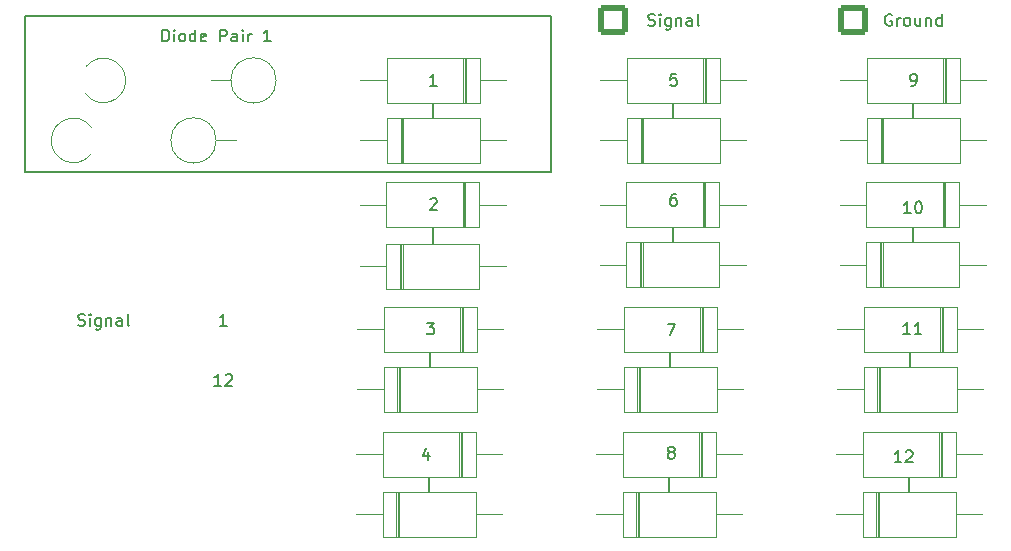
<source format=gto>
G04 #@! TF.GenerationSoftware,KiCad,Pcbnew,(6.0.5-0)*
G04 #@! TF.CreationDate,2022-06-18T11:44:55-04:00*
G04 #@! TF.ProjectId,Diode Switcher Project,44696f64-6520-4537-9769-746368657220,rev?*
G04 #@! TF.SameCoordinates,Original*
G04 #@! TF.FileFunction,Legend,Top*
G04 #@! TF.FilePolarity,Positive*
%FSLAX46Y46*%
G04 Gerber Fmt 4.6, Leading zero omitted, Abs format (unit mm)*
G04 Created by KiCad (PCBNEW (6.0.5-0)) date 2022-06-18 11:44:55*
%MOMM*%
%LPD*%
G01*
G04 APERTURE LIST*
G04 Aperture macros list*
%AMRoundRect*
0 Rectangle with rounded corners*
0 $1 Rounding radius*
0 $2 $3 $4 $5 $6 $7 $8 $9 X,Y pos of 4 corners*
0 Add a 4 corners polygon primitive as box body*
4,1,4,$2,$3,$4,$5,$6,$7,$8,$9,$2,$3,0*
0 Add four circle primitives for the rounded corners*
1,1,$1+$1,$2,$3*
1,1,$1+$1,$4,$5*
1,1,$1+$1,$6,$7*
1,1,$1+$1,$8,$9*
0 Add four rect primitives between the rounded corners*
20,1,$1+$1,$2,$3,$4,$5,0*
20,1,$1+$1,$4,$5,$6,$7,0*
20,1,$1+$1,$6,$7,$8,$9,0*
20,1,$1+$1,$8,$9,$2,$3,0*%
G04 Aperture macros list end*
%ADD10C,0.150000*%
%ADD11C,0.120000*%
%ADD12R,2.400000X2.400000*%
%ADD13O,2.400000X2.400000*%
%ADD14R,2.240000X2.240000*%
%ADD15O,2.240000X2.240000*%
%ADD16O,3.000000X3.000000*%
%ADD17RoundRect,0.249999X-1.025001X-1.025001X1.025001X-1.025001X1.025001X1.025001X-1.025001X1.025001X0*%
G04 APERTURE END LIST*
D10*
X28337142Y-46124761D02*
X28480000Y-46172380D01*
X28718095Y-46172380D01*
X28813333Y-46124761D01*
X28860952Y-46077142D01*
X28908571Y-45981904D01*
X28908571Y-45886666D01*
X28860952Y-45791428D01*
X28813333Y-45743809D01*
X28718095Y-45696190D01*
X28527619Y-45648571D01*
X28432380Y-45600952D01*
X28384761Y-45553333D01*
X28337142Y-45458095D01*
X28337142Y-45362857D01*
X28384761Y-45267619D01*
X28432380Y-45220000D01*
X28527619Y-45172380D01*
X28765714Y-45172380D01*
X28908571Y-45220000D01*
X29337142Y-46172380D02*
X29337142Y-45505714D01*
X29337142Y-45172380D02*
X29289523Y-45220000D01*
X29337142Y-45267619D01*
X29384761Y-45220000D01*
X29337142Y-45172380D01*
X29337142Y-45267619D01*
X30241904Y-45505714D02*
X30241904Y-46315238D01*
X30194285Y-46410476D01*
X30146666Y-46458095D01*
X30051428Y-46505714D01*
X29908571Y-46505714D01*
X29813333Y-46458095D01*
X30241904Y-46124761D02*
X30146666Y-46172380D01*
X29956190Y-46172380D01*
X29860952Y-46124761D01*
X29813333Y-46077142D01*
X29765714Y-45981904D01*
X29765714Y-45696190D01*
X29813333Y-45600952D01*
X29860952Y-45553333D01*
X29956190Y-45505714D01*
X30146666Y-45505714D01*
X30241904Y-45553333D01*
X30718095Y-45505714D02*
X30718095Y-46172380D01*
X30718095Y-45600952D02*
X30765714Y-45553333D01*
X30860952Y-45505714D01*
X31003809Y-45505714D01*
X31099047Y-45553333D01*
X31146666Y-45648571D01*
X31146666Y-46172380D01*
X32051428Y-46172380D02*
X32051428Y-45648571D01*
X32003809Y-45553333D01*
X31908571Y-45505714D01*
X31718095Y-45505714D01*
X31622857Y-45553333D01*
X32051428Y-46124761D02*
X31956190Y-46172380D01*
X31718095Y-46172380D01*
X31622857Y-46124761D01*
X31575238Y-46029523D01*
X31575238Y-45934285D01*
X31622857Y-45839047D01*
X31718095Y-45791428D01*
X31956190Y-45791428D01*
X32051428Y-45743809D01*
X32670476Y-46172380D02*
X32575238Y-46124761D01*
X32527619Y-46029523D01*
X32527619Y-45172380D01*
X40449523Y-51252380D02*
X39878095Y-51252380D01*
X40163809Y-51252380D02*
X40163809Y-50252380D01*
X40068571Y-50395238D01*
X39973333Y-50490476D01*
X39878095Y-50538095D01*
X40830476Y-50347619D02*
X40878095Y-50300000D01*
X40973333Y-50252380D01*
X41211428Y-50252380D01*
X41306666Y-50300000D01*
X41354285Y-50347619D01*
X41401904Y-50442857D01*
X41401904Y-50538095D01*
X41354285Y-50680952D01*
X40782857Y-51252380D01*
X41401904Y-51252380D01*
X40925714Y-46172380D02*
X40354285Y-46172380D01*
X40640000Y-46172380D02*
X40640000Y-45172380D01*
X40544761Y-45315238D01*
X40449523Y-45410476D01*
X40354285Y-45458095D01*
X76597142Y-20724761D02*
X76740000Y-20772380D01*
X76978095Y-20772380D01*
X77073333Y-20724761D01*
X77120952Y-20677142D01*
X77168571Y-20581904D01*
X77168571Y-20486666D01*
X77120952Y-20391428D01*
X77073333Y-20343809D01*
X76978095Y-20296190D01*
X76787619Y-20248571D01*
X76692380Y-20200952D01*
X76644761Y-20153333D01*
X76597142Y-20058095D01*
X76597142Y-19962857D01*
X76644761Y-19867619D01*
X76692380Y-19820000D01*
X76787619Y-19772380D01*
X77025714Y-19772380D01*
X77168571Y-19820000D01*
X77597142Y-20772380D02*
X77597142Y-20105714D01*
X77597142Y-19772380D02*
X77549523Y-19820000D01*
X77597142Y-19867619D01*
X77644761Y-19820000D01*
X77597142Y-19772380D01*
X77597142Y-19867619D01*
X78501904Y-20105714D02*
X78501904Y-20915238D01*
X78454285Y-21010476D01*
X78406666Y-21058095D01*
X78311428Y-21105714D01*
X78168571Y-21105714D01*
X78073333Y-21058095D01*
X78501904Y-20724761D02*
X78406666Y-20772380D01*
X78216190Y-20772380D01*
X78120952Y-20724761D01*
X78073333Y-20677142D01*
X78025714Y-20581904D01*
X78025714Y-20296190D01*
X78073333Y-20200952D01*
X78120952Y-20153333D01*
X78216190Y-20105714D01*
X78406666Y-20105714D01*
X78501904Y-20153333D01*
X78978095Y-20105714D02*
X78978095Y-20772380D01*
X78978095Y-20200952D02*
X79025714Y-20153333D01*
X79120952Y-20105714D01*
X79263809Y-20105714D01*
X79359047Y-20153333D01*
X79406666Y-20248571D01*
X79406666Y-20772380D01*
X80311428Y-20772380D02*
X80311428Y-20248571D01*
X80263809Y-20153333D01*
X80168571Y-20105714D01*
X79978095Y-20105714D01*
X79882857Y-20153333D01*
X80311428Y-20724761D02*
X80216190Y-20772380D01*
X79978095Y-20772380D01*
X79882857Y-20724761D01*
X79835238Y-20629523D01*
X79835238Y-20534285D01*
X79882857Y-20439047D01*
X79978095Y-20391428D01*
X80216190Y-20391428D01*
X80311428Y-20343809D01*
X80930476Y-20772380D02*
X80835238Y-20724761D01*
X80787619Y-20629523D01*
X80787619Y-19772380D01*
X97202857Y-19820000D02*
X97107619Y-19772380D01*
X96964761Y-19772380D01*
X96821904Y-19820000D01*
X96726666Y-19915238D01*
X96679047Y-20010476D01*
X96631428Y-20200952D01*
X96631428Y-20343809D01*
X96679047Y-20534285D01*
X96726666Y-20629523D01*
X96821904Y-20724761D01*
X96964761Y-20772380D01*
X97060000Y-20772380D01*
X97202857Y-20724761D01*
X97250476Y-20677142D01*
X97250476Y-20343809D01*
X97060000Y-20343809D01*
X97679047Y-20772380D02*
X97679047Y-20105714D01*
X97679047Y-20296190D02*
X97726666Y-20200952D01*
X97774285Y-20153333D01*
X97869523Y-20105714D01*
X97964761Y-20105714D01*
X98440952Y-20772380D02*
X98345714Y-20724761D01*
X98298095Y-20677142D01*
X98250476Y-20581904D01*
X98250476Y-20296190D01*
X98298095Y-20200952D01*
X98345714Y-20153333D01*
X98440952Y-20105714D01*
X98583809Y-20105714D01*
X98679047Y-20153333D01*
X98726666Y-20200952D01*
X98774285Y-20296190D01*
X98774285Y-20581904D01*
X98726666Y-20677142D01*
X98679047Y-20724761D01*
X98583809Y-20772380D01*
X98440952Y-20772380D01*
X99631428Y-20105714D02*
X99631428Y-20772380D01*
X99202857Y-20105714D02*
X99202857Y-20629523D01*
X99250476Y-20724761D01*
X99345714Y-20772380D01*
X99488571Y-20772380D01*
X99583809Y-20724761D01*
X99631428Y-20677142D01*
X100107619Y-20105714D02*
X100107619Y-20772380D01*
X100107619Y-20200952D02*
X100155238Y-20153333D01*
X100250476Y-20105714D01*
X100393333Y-20105714D01*
X100488571Y-20153333D01*
X100536190Y-20248571D01*
X100536190Y-20772380D01*
X101440952Y-20772380D02*
X101440952Y-19772380D01*
X101440952Y-20724761D02*
X101345714Y-20772380D01*
X101155238Y-20772380D01*
X101060000Y-20724761D01*
X101012380Y-20677142D01*
X100964761Y-20581904D01*
X100964761Y-20296190D01*
X101012380Y-20200952D01*
X101060000Y-20153333D01*
X101155238Y-20105714D01*
X101345714Y-20105714D01*
X101440952Y-20153333D01*
X58066161Y-58989921D02*
X58066161Y-60229921D01*
X58145366Y-48404581D02*
X58145366Y-49644581D01*
X58345127Y-37847210D02*
X58345127Y-39227210D01*
X58420000Y-27320000D02*
X58420000Y-28560000D01*
X78665127Y-37847210D02*
X78665127Y-39087210D01*
X78465366Y-48404581D02*
X78465366Y-49644581D01*
X78386161Y-58989921D02*
X78386161Y-60229921D01*
X98706161Y-58989921D02*
X98706161Y-60229921D01*
X98785366Y-48404581D02*
X98785366Y-49644581D01*
X98985127Y-37847210D02*
X98985127Y-39087210D01*
X99060000Y-27320000D02*
X99060000Y-28560000D01*
X78740000Y-27320000D02*
X78740000Y-28560000D01*
X58705714Y-25852380D02*
X58134285Y-25852380D01*
X58420000Y-25852380D02*
X58420000Y-24852380D01*
X58324761Y-24995238D01*
X58229523Y-25090476D01*
X58134285Y-25138095D01*
X98031234Y-57731414D02*
X97459806Y-57731414D01*
X97745520Y-57731414D02*
X97745520Y-56731414D01*
X97650282Y-56874272D01*
X97555044Y-56969510D01*
X97459806Y-57017129D01*
X98412187Y-56826653D02*
X98459806Y-56779034D01*
X98555044Y-56731414D01*
X98793139Y-56731414D01*
X98888377Y-56779034D01*
X98935996Y-56826653D01*
X98983615Y-56921891D01*
X98983615Y-57017129D01*
X98935996Y-57159986D01*
X98364568Y-57731414D01*
X98983615Y-57731414D01*
X98780192Y-46887027D02*
X98208764Y-46887027D01*
X98494478Y-46887027D02*
X98494478Y-45887027D01*
X98399240Y-46029885D01*
X98304002Y-46125123D01*
X98208764Y-46172742D01*
X99732573Y-46887027D02*
X99161145Y-46887027D01*
X99446859Y-46887027D02*
X99446859Y-45887027D01*
X99351621Y-46029885D01*
X99256383Y-46125123D01*
X99161145Y-46172742D01*
X98814933Y-36638875D02*
X98243505Y-36638875D01*
X98529219Y-36638875D02*
X98529219Y-35638875D01*
X98433981Y-35781733D01*
X98338743Y-35876971D01*
X98243505Y-35924590D01*
X99433981Y-35638875D02*
X99529219Y-35638875D01*
X99624457Y-35686495D01*
X99672076Y-35734114D01*
X99719695Y-35829352D01*
X99767314Y-36019828D01*
X99767314Y-36257923D01*
X99719695Y-36448399D01*
X99672076Y-36543637D01*
X99624457Y-36591256D01*
X99529219Y-36638875D01*
X99433981Y-36638875D01*
X99338743Y-36591256D01*
X99291124Y-36543637D01*
X99243505Y-36448399D01*
X99195886Y-36257923D01*
X99195886Y-36019828D01*
X99243505Y-35829352D01*
X99291124Y-35734114D01*
X99338743Y-35686495D01*
X99433981Y-35638875D01*
X98869523Y-25852380D02*
X99060000Y-25852380D01*
X99155238Y-25804761D01*
X99202857Y-25757142D01*
X99298095Y-25614285D01*
X99345714Y-25423809D01*
X99345714Y-25042857D01*
X99298095Y-24947619D01*
X99250476Y-24900000D01*
X99155238Y-24852380D01*
X98964761Y-24852380D01*
X98869523Y-24900000D01*
X98821904Y-24947619D01*
X98774285Y-25042857D01*
X98774285Y-25280952D01*
X98821904Y-25376190D01*
X98869523Y-25423809D01*
X98964761Y-25471428D01*
X99155238Y-25471428D01*
X99250476Y-25423809D01*
X99298095Y-25376190D01*
X99345714Y-25280952D01*
X78460528Y-56856653D02*
X78365290Y-56809034D01*
X78317671Y-56761415D01*
X78270052Y-56666177D01*
X78270052Y-56618558D01*
X78317671Y-56523320D01*
X78365290Y-56475701D01*
X78460528Y-56428081D01*
X78651005Y-56428081D01*
X78746243Y-56475701D01*
X78793862Y-56523320D01*
X78841481Y-56618558D01*
X78841481Y-56666177D01*
X78793862Y-56761415D01*
X78746243Y-56809034D01*
X78651005Y-56856653D01*
X78460528Y-56856653D01*
X78365290Y-56904272D01*
X78317671Y-56951891D01*
X78270052Y-57047129D01*
X78270052Y-57237605D01*
X78317671Y-57332843D01*
X78365290Y-57380462D01*
X78460528Y-57428081D01*
X78651005Y-57428081D01*
X78746243Y-57380462D01*
X78793862Y-57332843D01*
X78841481Y-57237605D01*
X78841481Y-57047129D01*
X78793862Y-56951891D01*
X78746243Y-56904272D01*
X78651005Y-56856653D01*
X78243420Y-45988605D02*
X78910087Y-45988605D01*
X78481515Y-46988605D01*
X78930476Y-35012380D02*
X78740000Y-35012380D01*
X78644761Y-35060000D01*
X78597142Y-35107619D01*
X78501904Y-35250476D01*
X78454285Y-35440952D01*
X78454285Y-35821904D01*
X78501904Y-35917142D01*
X78549523Y-35964761D01*
X78644761Y-36012380D01*
X78835238Y-36012380D01*
X78930476Y-35964761D01*
X78978095Y-35917142D01*
X79025714Y-35821904D01*
X79025714Y-35583809D01*
X78978095Y-35488571D01*
X78930476Y-35440952D01*
X78835238Y-35393333D01*
X78644761Y-35393333D01*
X78549523Y-35440952D01*
X78501904Y-35488571D01*
X78454285Y-35583809D01*
X78978095Y-24852380D02*
X78501904Y-24852380D01*
X78454285Y-25328571D01*
X78501904Y-25280952D01*
X78597142Y-25233333D01*
X78835238Y-25233333D01*
X78930476Y-25280952D01*
X78978095Y-25328571D01*
X79025714Y-25423809D01*
X79025714Y-25661904D01*
X78978095Y-25757142D01*
X78930476Y-25804761D01*
X78835238Y-25852380D01*
X78597142Y-25852380D01*
X78501904Y-25804761D01*
X78454285Y-25757142D01*
X57987835Y-56895620D02*
X57987835Y-57562286D01*
X57749739Y-56514667D02*
X57511644Y-57228953D01*
X58130692Y-57228953D01*
X57852734Y-45897568D02*
X58471782Y-45897568D01*
X58138448Y-46278521D01*
X58281306Y-46278521D01*
X58376544Y-46326140D01*
X58424163Y-46373759D01*
X58471782Y-46468997D01*
X58471782Y-46707092D01*
X58424163Y-46802330D01*
X58376544Y-46849949D01*
X58281306Y-46897568D01*
X57995591Y-46897568D01*
X57900353Y-46849949D01*
X57852734Y-46802330D01*
X58134285Y-35474829D02*
X58181904Y-35427210D01*
X58277142Y-35379590D01*
X58515238Y-35379590D01*
X58610476Y-35427210D01*
X58658095Y-35474829D01*
X58705714Y-35570067D01*
X58705714Y-35665305D01*
X58658095Y-35808162D01*
X58086666Y-36379590D01*
X58705714Y-36379590D01*
X35461355Y-22097948D02*
X35461355Y-21097948D01*
X35699450Y-21097948D01*
X35842307Y-21145568D01*
X35937545Y-21240806D01*
X35985164Y-21336044D01*
X36032784Y-21526520D01*
X36032784Y-21669377D01*
X35985164Y-21859853D01*
X35937545Y-21955091D01*
X35842307Y-22050329D01*
X35699450Y-22097948D01*
X35461355Y-22097948D01*
X36461355Y-22097948D02*
X36461355Y-21431282D01*
X36461355Y-21097948D02*
X36413736Y-21145568D01*
X36461355Y-21193187D01*
X36508974Y-21145568D01*
X36461355Y-21097948D01*
X36461355Y-21193187D01*
X37080403Y-22097948D02*
X36985164Y-22050329D01*
X36937545Y-22002710D01*
X36889926Y-21907472D01*
X36889926Y-21621758D01*
X36937545Y-21526520D01*
X36985164Y-21478901D01*
X37080403Y-21431282D01*
X37223260Y-21431282D01*
X37318498Y-21478901D01*
X37366117Y-21526520D01*
X37413736Y-21621758D01*
X37413736Y-21907472D01*
X37366117Y-22002710D01*
X37318498Y-22050329D01*
X37223260Y-22097948D01*
X37080403Y-22097948D01*
X38270879Y-22097948D02*
X38270879Y-21097948D01*
X38270879Y-22050329D02*
X38175641Y-22097948D01*
X37985164Y-22097948D01*
X37889926Y-22050329D01*
X37842307Y-22002710D01*
X37794688Y-21907472D01*
X37794688Y-21621758D01*
X37842307Y-21526520D01*
X37889926Y-21478901D01*
X37985164Y-21431282D01*
X38175641Y-21431282D01*
X38270879Y-21478901D01*
X39128022Y-22050329D02*
X39032784Y-22097948D01*
X38842307Y-22097948D01*
X38747069Y-22050329D01*
X38699450Y-21955091D01*
X38699450Y-21574139D01*
X38747069Y-21478901D01*
X38842307Y-21431282D01*
X39032784Y-21431282D01*
X39128022Y-21478901D01*
X39175641Y-21574139D01*
X39175641Y-21669377D01*
X38699450Y-21764615D01*
X40366117Y-22097948D02*
X40366117Y-21097948D01*
X40747069Y-21097948D01*
X40842307Y-21145568D01*
X40889926Y-21193187D01*
X40937545Y-21288425D01*
X40937545Y-21431282D01*
X40889926Y-21526520D01*
X40842307Y-21574139D01*
X40747069Y-21621758D01*
X40366117Y-21621758D01*
X41794688Y-22097948D02*
X41794688Y-21574139D01*
X41747069Y-21478901D01*
X41651831Y-21431282D01*
X41461355Y-21431282D01*
X41366117Y-21478901D01*
X41794688Y-22050329D02*
X41699450Y-22097948D01*
X41461355Y-22097948D01*
X41366117Y-22050329D01*
X41318498Y-21955091D01*
X41318498Y-21859853D01*
X41366117Y-21764615D01*
X41461355Y-21716996D01*
X41699450Y-21716996D01*
X41794688Y-21669377D01*
X42270879Y-22097948D02*
X42270879Y-21431282D01*
X42270879Y-21097948D02*
X42223260Y-21145568D01*
X42270879Y-21193187D01*
X42318498Y-21145568D01*
X42270879Y-21097948D01*
X42270879Y-21193187D01*
X42747069Y-22097948D02*
X42747069Y-21431282D01*
X42747069Y-21621758D02*
X42794688Y-21526520D01*
X42842307Y-21478901D01*
X42937545Y-21431282D01*
X43032784Y-21431282D01*
X44651831Y-22097948D02*
X44080403Y-22097948D01*
X44366117Y-22097948D02*
X44366117Y-21097948D01*
X44270879Y-21240806D01*
X44175641Y-21336044D01*
X44080403Y-21383663D01*
X68398761Y-33194739D02*
X23832852Y-33194739D01*
X23832852Y-33194739D02*
X23832852Y-19929728D01*
X23832852Y-19929728D02*
X68398761Y-19929728D01*
X68398761Y-19929728D02*
X68398761Y-33194739D01*
D11*
X40020000Y-30480000D02*
X41680000Y-30480000D01*
X40020000Y-30480000D02*
G75*
G03*
X40020000Y-30480000I-1920000J0D01*
G01*
X41260000Y-25400000D02*
X39600000Y-25400000D01*
X45100000Y-25400000D02*
G75*
G03*
X45100000Y-25400000I-1920000J0D01*
G01*
X29454596Y-29360000D02*
G75*
G03*
X29396371Y-31674732I-1514596J-1120000D01*
G01*
X28965404Y-26520000D02*
G75*
G03*
X29023629Y-24205268I1514596J1120000D01*
G01*
X96166161Y-60229921D02*
X96166161Y-64069921D01*
X94786161Y-64069921D02*
X102626161Y-64069921D01*
X94786161Y-60229921D02*
X94786161Y-64069921D01*
X102626161Y-60229921D02*
X94786161Y-60229921D01*
X102626161Y-64069921D02*
X102626161Y-60229921D01*
X96046161Y-60229921D02*
X96046161Y-64069921D01*
X92526161Y-62149921D02*
X94786161Y-62149921D01*
X95926161Y-60229921D02*
X95926161Y-64069921D01*
X104886161Y-62149921D02*
X102626161Y-62149921D01*
X101246161Y-58989921D02*
X101246161Y-55149921D01*
X102626161Y-55149921D02*
X94786161Y-55149921D01*
X102626161Y-58989921D02*
X102626161Y-55149921D01*
X94786161Y-58989921D02*
X102626161Y-58989921D01*
X94786161Y-55149921D02*
X94786161Y-58989921D01*
X101366161Y-58989921D02*
X101366161Y-55149921D01*
X104886161Y-57069921D02*
X102626161Y-57069921D01*
X101486161Y-58989921D02*
X101486161Y-55149921D01*
X92526161Y-57069921D02*
X94786161Y-57069921D01*
X96245366Y-49644581D02*
X96245366Y-53484581D01*
X94865366Y-53484581D02*
X102705366Y-53484581D01*
X94865366Y-49644581D02*
X94865366Y-53484581D01*
X102705366Y-49644581D02*
X94865366Y-49644581D01*
X102705366Y-53484581D02*
X102705366Y-49644581D01*
X96125366Y-49644581D02*
X96125366Y-53484581D01*
X92605366Y-51564581D02*
X94865366Y-51564581D01*
X96005366Y-49644581D02*
X96005366Y-53484581D01*
X104965366Y-51564581D02*
X102705366Y-51564581D01*
X101325366Y-48404581D02*
X101325366Y-44564581D01*
X102705366Y-44564581D02*
X94865366Y-44564581D01*
X102705366Y-48404581D02*
X102705366Y-44564581D01*
X94865366Y-48404581D02*
X102705366Y-48404581D01*
X94865366Y-44564581D02*
X94865366Y-48404581D01*
X101445366Y-48404581D02*
X101445366Y-44564581D01*
X104965366Y-46484581D02*
X102705366Y-46484581D01*
X101565366Y-48404581D02*
X101565366Y-44564581D01*
X92605366Y-46484581D02*
X94865366Y-46484581D01*
X96445127Y-39087210D02*
X96445127Y-42927210D01*
X95065127Y-42927210D02*
X102905127Y-42927210D01*
X95065127Y-39087210D02*
X95065127Y-42927210D01*
X102905127Y-39087210D02*
X95065127Y-39087210D01*
X102905127Y-42927210D02*
X102905127Y-39087210D01*
X96325127Y-39087210D02*
X96325127Y-42927210D01*
X92805127Y-41007210D02*
X95065127Y-41007210D01*
X96205127Y-39087210D02*
X96205127Y-42927210D01*
X105165127Y-41007210D02*
X102905127Y-41007210D01*
X101525127Y-37847210D02*
X101525127Y-34007210D01*
X102905127Y-34007210D02*
X95065127Y-34007210D01*
X102905127Y-37847210D02*
X102905127Y-34007210D01*
X95065127Y-37847210D02*
X102905127Y-37847210D01*
X95065127Y-34007210D02*
X95065127Y-37847210D01*
X101645127Y-37847210D02*
X101645127Y-34007210D01*
X105165127Y-35927210D02*
X102905127Y-35927210D01*
X101765127Y-37847210D02*
X101765127Y-34007210D01*
X92805127Y-35927210D02*
X95065127Y-35927210D01*
X96520000Y-28560000D02*
X96520000Y-32400000D01*
X95140000Y-32400000D02*
X102980000Y-32400000D01*
X95140000Y-28560000D02*
X95140000Y-32400000D01*
X102980000Y-28560000D02*
X95140000Y-28560000D01*
X102980000Y-32400000D02*
X102980000Y-28560000D01*
X96400000Y-28560000D02*
X96400000Y-32400000D01*
X92880000Y-30480000D02*
X95140000Y-30480000D01*
X96280000Y-28560000D02*
X96280000Y-32400000D01*
X105240000Y-30480000D02*
X102980000Y-30480000D01*
X101600000Y-27320000D02*
X101600000Y-23480000D01*
X102980000Y-23480000D02*
X95140000Y-23480000D01*
X102980000Y-27320000D02*
X102980000Y-23480000D01*
X95140000Y-27320000D02*
X102980000Y-27320000D01*
X95140000Y-23480000D02*
X95140000Y-27320000D01*
X101720000Y-27320000D02*
X101720000Y-23480000D01*
X105240000Y-25400000D02*
X102980000Y-25400000D01*
X101840000Y-27320000D02*
X101840000Y-23480000D01*
X92880000Y-25400000D02*
X95140000Y-25400000D01*
X75846161Y-60229921D02*
X75846161Y-64069921D01*
X74466161Y-64069921D02*
X82306161Y-64069921D01*
X74466161Y-60229921D02*
X74466161Y-64069921D01*
X82306161Y-60229921D02*
X74466161Y-60229921D01*
X82306161Y-64069921D02*
X82306161Y-60229921D01*
X75726161Y-60229921D02*
X75726161Y-64069921D01*
X72206161Y-62149921D02*
X74466161Y-62149921D01*
X75606161Y-60229921D02*
X75606161Y-64069921D01*
X84566161Y-62149921D02*
X82306161Y-62149921D01*
X80926161Y-58989921D02*
X80926161Y-55149921D01*
X82306161Y-55149921D02*
X74466161Y-55149921D01*
X82306161Y-58989921D02*
X82306161Y-55149921D01*
X74466161Y-58989921D02*
X82306161Y-58989921D01*
X74466161Y-55149921D02*
X74466161Y-58989921D01*
X81046161Y-58989921D02*
X81046161Y-55149921D01*
X84566161Y-57069921D02*
X82306161Y-57069921D01*
X81166161Y-58989921D02*
X81166161Y-55149921D01*
X72206161Y-57069921D02*
X74466161Y-57069921D01*
X75925366Y-49644581D02*
X75925366Y-53484581D01*
X74545366Y-53484581D02*
X82385366Y-53484581D01*
X74545366Y-49644581D02*
X74545366Y-53484581D01*
X82385366Y-49644581D02*
X74545366Y-49644581D01*
X82385366Y-53484581D02*
X82385366Y-49644581D01*
X75805366Y-49644581D02*
X75805366Y-53484581D01*
X72285366Y-51564581D02*
X74545366Y-51564581D01*
X75685366Y-49644581D02*
X75685366Y-53484581D01*
X84645366Y-51564581D02*
X82385366Y-51564581D01*
X81005366Y-48404581D02*
X81005366Y-44564581D01*
X82385366Y-44564581D02*
X74545366Y-44564581D01*
X82385366Y-48404581D02*
X82385366Y-44564581D01*
X74545366Y-48404581D02*
X82385366Y-48404581D01*
X74545366Y-44564581D02*
X74545366Y-48404581D01*
X81125366Y-48404581D02*
X81125366Y-44564581D01*
X84645366Y-46484581D02*
X82385366Y-46484581D01*
X81245366Y-48404581D02*
X81245366Y-44564581D01*
X72285366Y-46484581D02*
X74545366Y-46484581D01*
X76125127Y-39087210D02*
X76125127Y-42927210D01*
X74745127Y-42927210D02*
X82585127Y-42927210D01*
X74745127Y-39087210D02*
X74745127Y-42927210D01*
X82585127Y-39087210D02*
X74745127Y-39087210D01*
X82585127Y-42927210D02*
X82585127Y-39087210D01*
X76005127Y-39087210D02*
X76005127Y-42927210D01*
X72485127Y-41007210D02*
X74745127Y-41007210D01*
X75885127Y-39087210D02*
X75885127Y-42927210D01*
X84845127Y-41007210D02*
X82585127Y-41007210D01*
X81205127Y-37847210D02*
X81205127Y-34007210D01*
X82585127Y-34007210D02*
X74745127Y-34007210D01*
X82585127Y-37847210D02*
X82585127Y-34007210D01*
X74745127Y-37847210D02*
X82585127Y-37847210D01*
X74745127Y-34007210D02*
X74745127Y-37847210D01*
X81325127Y-37847210D02*
X81325127Y-34007210D01*
X84845127Y-35927210D02*
X82585127Y-35927210D01*
X81445127Y-37847210D02*
X81445127Y-34007210D01*
X72485127Y-35927210D02*
X74745127Y-35927210D01*
X76200000Y-28560000D02*
X76200000Y-32400000D01*
X74820000Y-32400000D02*
X82660000Y-32400000D01*
X74820000Y-28560000D02*
X74820000Y-32400000D01*
X82660000Y-28560000D02*
X74820000Y-28560000D01*
X82660000Y-32400000D02*
X82660000Y-28560000D01*
X76080000Y-28560000D02*
X76080000Y-32400000D01*
X72560000Y-30480000D02*
X74820000Y-30480000D01*
X75960000Y-28560000D02*
X75960000Y-32400000D01*
X84920000Y-30480000D02*
X82660000Y-30480000D01*
X81280000Y-27320000D02*
X81280000Y-23480000D01*
X82660000Y-23480000D02*
X74820000Y-23480000D01*
X82660000Y-27320000D02*
X82660000Y-23480000D01*
X74820000Y-27320000D02*
X82660000Y-27320000D01*
X74820000Y-23480000D02*
X74820000Y-27320000D01*
X81400000Y-27320000D02*
X81400000Y-23480000D01*
X84920000Y-25400000D02*
X82660000Y-25400000D01*
X81520000Y-27320000D02*
X81520000Y-23480000D01*
X72560000Y-25400000D02*
X74820000Y-25400000D01*
X55526161Y-60229921D02*
X55526161Y-64069921D01*
X54146161Y-64069921D02*
X61986161Y-64069921D01*
X54146161Y-60229921D02*
X54146161Y-64069921D01*
X61986161Y-60229921D02*
X54146161Y-60229921D01*
X61986161Y-64069921D02*
X61986161Y-60229921D01*
X55406161Y-60229921D02*
X55406161Y-64069921D01*
X51886161Y-62149921D02*
X54146161Y-62149921D01*
X55286161Y-60229921D02*
X55286161Y-64069921D01*
X64246161Y-62149921D02*
X61986161Y-62149921D01*
X60606161Y-58989921D02*
X60606161Y-55149921D01*
X61986161Y-55149921D02*
X54146161Y-55149921D01*
X61986161Y-58989921D02*
X61986161Y-55149921D01*
X54146161Y-58989921D02*
X61986161Y-58989921D01*
X54146161Y-55149921D02*
X54146161Y-58989921D01*
X60726161Y-58989921D02*
X60726161Y-55149921D01*
X64246161Y-57069921D02*
X61986161Y-57069921D01*
X60846161Y-58989921D02*
X60846161Y-55149921D01*
X51886161Y-57069921D02*
X54146161Y-57069921D01*
X55605366Y-49644581D02*
X55605366Y-53484581D01*
X54225366Y-53484581D02*
X62065366Y-53484581D01*
X54225366Y-49644581D02*
X54225366Y-53484581D01*
X62065366Y-49644581D02*
X54225366Y-49644581D01*
X62065366Y-53484581D02*
X62065366Y-49644581D01*
X55485366Y-49644581D02*
X55485366Y-53484581D01*
X51965366Y-51564581D02*
X54225366Y-51564581D01*
X55365366Y-49644581D02*
X55365366Y-53484581D01*
X64325366Y-51564581D02*
X62065366Y-51564581D01*
X60685366Y-48404581D02*
X60685366Y-44564581D01*
X62065366Y-44564581D02*
X54225366Y-44564581D01*
X62065366Y-48404581D02*
X62065366Y-44564581D01*
X54225366Y-48404581D02*
X62065366Y-48404581D01*
X54225366Y-44564581D02*
X54225366Y-48404581D01*
X60805366Y-48404581D02*
X60805366Y-44564581D01*
X64325366Y-46484581D02*
X62065366Y-46484581D01*
X60925366Y-48404581D02*
X60925366Y-44564581D01*
X51965366Y-46484581D02*
X54225366Y-46484581D01*
X55805127Y-39227210D02*
X55805127Y-43067210D01*
X54425127Y-43067210D02*
X62265127Y-43067210D01*
X54425127Y-39227210D02*
X54425127Y-43067210D01*
X62265127Y-39227210D02*
X54425127Y-39227210D01*
X62265127Y-43067210D02*
X62265127Y-39227210D01*
X55685127Y-39227210D02*
X55685127Y-43067210D01*
X52165127Y-41147210D02*
X54425127Y-41147210D01*
X55565127Y-39227210D02*
X55565127Y-43067210D01*
X64525127Y-41147210D02*
X62265127Y-41147210D01*
X60885127Y-37847210D02*
X60885127Y-34007210D01*
X62265127Y-34007210D02*
X54425127Y-34007210D01*
X62265127Y-37847210D02*
X62265127Y-34007210D01*
X54425127Y-37847210D02*
X62265127Y-37847210D01*
X54425127Y-34007210D02*
X54425127Y-37847210D01*
X61005127Y-37847210D02*
X61005127Y-34007210D01*
X64525127Y-35927210D02*
X62265127Y-35927210D01*
X61125127Y-37847210D02*
X61125127Y-34007210D01*
X52165127Y-35927210D02*
X54425127Y-35927210D01*
X55880000Y-28560000D02*
X55880000Y-32400000D01*
X54500000Y-32400000D02*
X62340000Y-32400000D01*
X54500000Y-28560000D02*
X54500000Y-32400000D01*
X62340000Y-28560000D02*
X54500000Y-28560000D01*
X62340000Y-32400000D02*
X62340000Y-28560000D01*
X55760000Y-28560000D02*
X55760000Y-32400000D01*
X52240000Y-30480000D02*
X54500000Y-30480000D01*
X55640000Y-28560000D02*
X55640000Y-32400000D01*
X64600000Y-30480000D02*
X62340000Y-30480000D01*
X60960000Y-27320000D02*
X60960000Y-23480000D01*
X62340000Y-23480000D02*
X54500000Y-23480000D01*
X62340000Y-27320000D02*
X62340000Y-23480000D01*
X54500000Y-27320000D02*
X62340000Y-27320000D01*
X54500000Y-23480000D02*
X54500000Y-27320000D01*
X61080000Y-27320000D02*
X61080000Y-23480000D01*
X64600000Y-25400000D02*
X62340000Y-25400000D01*
X61200000Y-27320000D02*
X61200000Y-23480000D01*
X52240000Y-25400000D02*
X54500000Y-25400000D01*
%LPC*%
D12*
X38100000Y-30480000D03*
D13*
X43180000Y-30480000D03*
D12*
X43180000Y-25400000D03*
D13*
X38100000Y-25400000D03*
D14*
X27940000Y-30480000D03*
D15*
X30480000Y-30480000D03*
X27940000Y-25400000D03*
D14*
X30480000Y-25400000D03*
D16*
X43542015Y-45387109D03*
X40669124Y-40411115D03*
X35693130Y-37538224D03*
X29947348Y-37538224D03*
X24971354Y-40411115D03*
X22098463Y-45387109D03*
X22098463Y-51132891D03*
X24971354Y-56108885D03*
X29947348Y-58981776D03*
X35693130Y-58981776D03*
X40669124Y-56108885D03*
X43542015Y-51132891D03*
X35542600Y-45537639D03*
D17*
X73660000Y-20320000D03*
X93980000Y-20320000D03*
D12*
X91086161Y-62149921D03*
D13*
X106326161Y-62149921D03*
D12*
X106326161Y-57069921D03*
D13*
X91086161Y-57069921D03*
D12*
X91165366Y-51564581D03*
D13*
X106405366Y-51564581D03*
D12*
X106405366Y-46484581D03*
D13*
X91165366Y-46484581D03*
D12*
X91365127Y-41007210D03*
D13*
X106605127Y-41007210D03*
D12*
X106605127Y-35927210D03*
D13*
X91365127Y-35927210D03*
D12*
X91440000Y-30480000D03*
D13*
X106680000Y-30480000D03*
D12*
X106680000Y-25400000D03*
D13*
X91440000Y-25400000D03*
D12*
X70766161Y-62149921D03*
D13*
X86006161Y-62149921D03*
D12*
X86006161Y-57069921D03*
D13*
X70766161Y-57069921D03*
D12*
X70845366Y-51564581D03*
D13*
X86085366Y-51564581D03*
D12*
X86085366Y-46484581D03*
D13*
X70845366Y-46484581D03*
D12*
X71045127Y-41007210D03*
D13*
X86285127Y-41007210D03*
D12*
X86285127Y-35927210D03*
D13*
X71045127Y-35927210D03*
D12*
X71120000Y-30480000D03*
D13*
X86360000Y-30480000D03*
D12*
X86360000Y-25400000D03*
D13*
X71120000Y-25400000D03*
D12*
X50446161Y-62149921D03*
D13*
X65686161Y-62149921D03*
D12*
X65686161Y-57069921D03*
D13*
X50446161Y-57069921D03*
D12*
X50525366Y-51564581D03*
D13*
X65765366Y-51564581D03*
D12*
X65765366Y-46484581D03*
D13*
X50525366Y-46484581D03*
D12*
X50725127Y-41147210D03*
D13*
X65965127Y-41147210D03*
D12*
X65965127Y-35927210D03*
D13*
X50725127Y-35927210D03*
D12*
X50800000Y-30480000D03*
D13*
X66040000Y-30480000D03*
D12*
X66040000Y-25400000D03*
D13*
X50800000Y-25400000D03*
M02*

</source>
